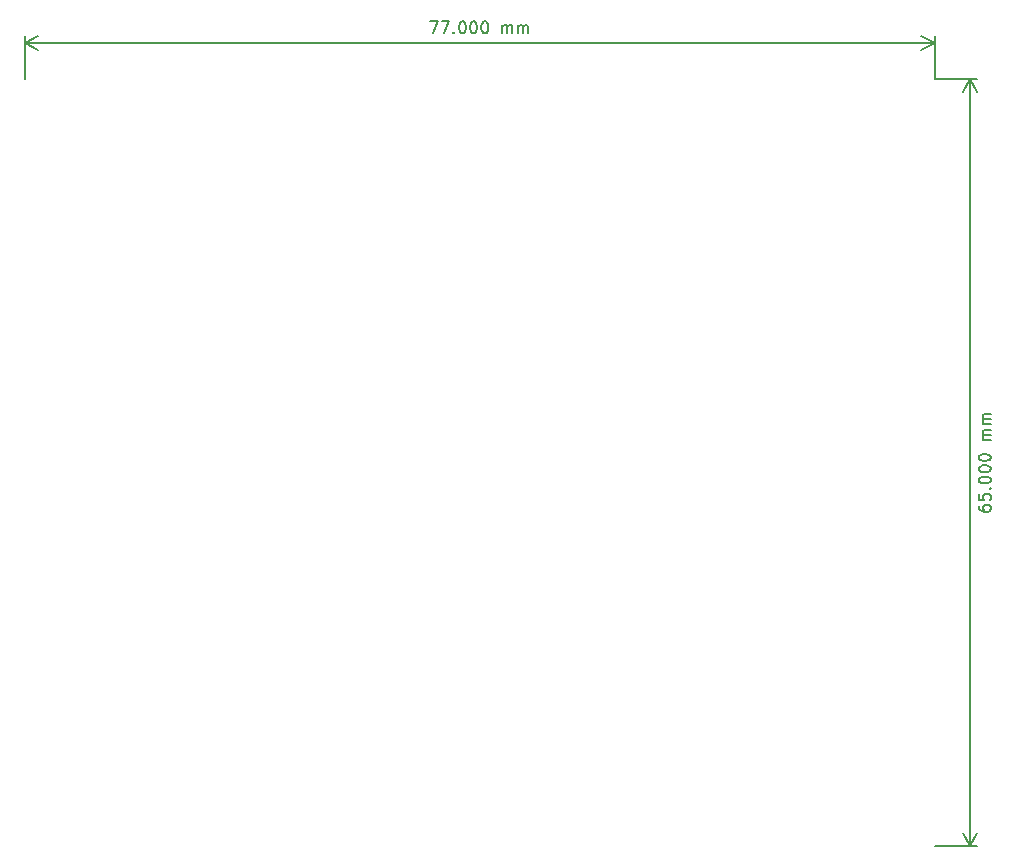
<source format=gbr>
G04 #@! TF.GenerationSoftware,KiCad,Pcbnew,(5.1.5)-3*
G04 #@! TF.CreationDate,2020-04-05T12:45:20+05:30*
G04 #@! TF.ProjectId,Con+fb(v+i),436f6e2b-6662-4287-962b-69292e6b6963,rev?*
G04 #@! TF.SameCoordinates,Original*
G04 #@! TF.FileFunction,OtherDrawing,Comment*
%FSLAX46Y46*%
G04 Gerber Fmt 4.6, Leading zero omitted, Abs format (unit mm)*
G04 Created by KiCad (PCBNEW (5.1.5)-3) date 2020-04-05 12:45:20*
%MOMM*%
%LPD*%
G04 APERTURE LIST*
%ADD10C,0.150000*%
G04 APERTURE END LIST*
D10*
X146752380Y-118166666D02*
X146752380Y-118357142D01*
X146800000Y-118452380D01*
X146847619Y-118500000D01*
X146990476Y-118595238D01*
X147180952Y-118642857D01*
X147561904Y-118642857D01*
X147657142Y-118595238D01*
X147704761Y-118547619D01*
X147752380Y-118452380D01*
X147752380Y-118261904D01*
X147704761Y-118166666D01*
X147657142Y-118119047D01*
X147561904Y-118071428D01*
X147323809Y-118071428D01*
X147228571Y-118119047D01*
X147180952Y-118166666D01*
X147133333Y-118261904D01*
X147133333Y-118452380D01*
X147180952Y-118547619D01*
X147228571Y-118595238D01*
X147323809Y-118642857D01*
X146752380Y-117166666D02*
X146752380Y-117642857D01*
X147228571Y-117690476D01*
X147180952Y-117642857D01*
X147133333Y-117547619D01*
X147133333Y-117309523D01*
X147180952Y-117214285D01*
X147228571Y-117166666D01*
X147323809Y-117119047D01*
X147561904Y-117119047D01*
X147657142Y-117166666D01*
X147704761Y-117214285D01*
X147752380Y-117309523D01*
X147752380Y-117547619D01*
X147704761Y-117642857D01*
X147657142Y-117690476D01*
X147657142Y-116690476D02*
X147704761Y-116642857D01*
X147752380Y-116690476D01*
X147704761Y-116738095D01*
X147657142Y-116690476D01*
X147752380Y-116690476D01*
X146752380Y-116023809D02*
X146752380Y-115928571D01*
X146800000Y-115833333D01*
X146847619Y-115785714D01*
X146942857Y-115738095D01*
X147133333Y-115690476D01*
X147371428Y-115690476D01*
X147561904Y-115738095D01*
X147657142Y-115785714D01*
X147704761Y-115833333D01*
X147752380Y-115928571D01*
X147752380Y-116023809D01*
X147704761Y-116119047D01*
X147657142Y-116166666D01*
X147561904Y-116214285D01*
X147371428Y-116261904D01*
X147133333Y-116261904D01*
X146942857Y-116214285D01*
X146847619Y-116166666D01*
X146800000Y-116119047D01*
X146752380Y-116023809D01*
X146752380Y-115071428D02*
X146752380Y-114976190D01*
X146800000Y-114880952D01*
X146847619Y-114833333D01*
X146942857Y-114785714D01*
X147133333Y-114738095D01*
X147371428Y-114738095D01*
X147561904Y-114785714D01*
X147657142Y-114833333D01*
X147704761Y-114880952D01*
X147752380Y-114976190D01*
X147752380Y-115071428D01*
X147704761Y-115166666D01*
X147657142Y-115214285D01*
X147561904Y-115261904D01*
X147371428Y-115309523D01*
X147133333Y-115309523D01*
X146942857Y-115261904D01*
X146847619Y-115214285D01*
X146800000Y-115166666D01*
X146752380Y-115071428D01*
X146752380Y-114119047D02*
X146752380Y-114023809D01*
X146800000Y-113928571D01*
X146847619Y-113880952D01*
X146942857Y-113833333D01*
X147133333Y-113785714D01*
X147371428Y-113785714D01*
X147561904Y-113833333D01*
X147657142Y-113880952D01*
X147704761Y-113928571D01*
X147752380Y-114023809D01*
X147752380Y-114119047D01*
X147704761Y-114214285D01*
X147657142Y-114261904D01*
X147561904Y-114309523D01*
X147371428Y-114357142D01*
X147133333Y-114357142D01*
X146942857Y-114309523D01*
X146847619Y-114261904D01*
X146800000Y-114214285D01*
X146752380Y-114119047D01*
X147752380Y-112595238D02*
X147085714Y-112595238D01*
X147180952Y-112595238D02*
X147133333Y-112547619D01*
X147085714Y-112452380D01*
X147085714Y-112309523D01*
X147133333Y-112214285D01*
X147228571Y-112166666D01*
X147752380Y-112166666D01*
X147228571Y-112166666D02*
X147133333Y-112119047D01*
X147085714Y-112023809D01*
X147085714Y-111880952D01*
X147133333Y-111785714D01*
X147228571Y-111738095D01*
X147752380Y-111738095D01*
X147752380Y-111261904D02*
X147085714Y-111261904D01*
X147180952Y-111261904D02*
X147133333Y-111214285D01*
X147085714Y-111119047D01*
X147085714Y-110976190D01*
X147133333Y-110880952D01*
X147228571Y-110833333D01*
X147752380Y-110833333D01*
X147228571Y-110833333D02*
X147133333Y-110785714D01*
X147085714Y-110690476D01*
X147085714Y-110547619D01*
X147133333Y-110452380D01*
X147228571Y-110404761D01*
X147752380Y-110404761D01*
X146000000Y-147000000D02*
X146000000Y-82000000D01*
X143000000Y-147000000D02*
X146586421Y-147000000D01*
X143000000Y-82000000D02*
X146586421Y-82000000D01*
X146000000Y-82000000D02*
X146586421Y-83126504D01*
X146000000Y-82000000D02*
X145413579Y-83126504D01*
X146000000Y-147000000D02*
X146586421Y-145873496D01*
X146000000Y-147000000D02*
X145413579Y-145873496D01*
X100309523Y-77152380D02*
X100976190Y-77152380D01*
X100547619Y-78152380D01*
X101261904Y-77152380D02*
X101928571Y-77152380D01*
X101500000Y-78152380D01*
X102309523Y-78057142D02*
X102357142Y-78104761D01*
X102309523Y-78152380D01*
X102261904Y-78104761D01*
X102309523Y-78057142D01*
X102309523Y-78152380D01*
X102976190Y-77152380D02*
X103071428Y-77152380D01*
X103166666Y-77200000D01*
X103214285Y-77247619D01*
X103261904Y-77342857D01*
X103309523Y-77533333D01*
X103309523Y-77771428D01*
X103261904Y-77961904D01*
X103214285Y-78057142D01*
X103166666Y-78104761D01*
X103071428Y-78152380D01*
X102976190Y-78152380D01*
X102880952Y-78104761D01*
X102833333Y-78057142D01*
X102785714Y-77961904D01*
X102738095Y-77771428D01*
X102738095Y-77533333D01*
X102785714Y-77342857D01*
X102833333Y-77247619D01*
X102880952Y-77200000D01*
X102976190Y-77152380D01*
X103928571Y-77152380D02*
X104023809Y-77152380D01*
X104119047Y-77200000D01*
X104166666Y-77247619D01*
X104214285Y-77342857D01*
X104261904Y-77533333D01*
X104261904Y-77771428D01*
X104214285Y-77961904D01*
X104166666Y-78057142D01*
X104119047Y-78104761D01*
X104023809Y-78152380D01*
X103928571Y-78152380D01*
X103833333Y-78104761D01*
X103785714Y-78057142D01*
X103738095Y-77961904D01*
X103690476Y-77771428D01*
X103690476Y-77533333D01*
X103738095Y-77342857D01*
X103785714Y-77247619D01*
X103833333Y-77200000D01*
X103928571Y-77152380D01*
X104880952Y-77152380D02*
X104976190Y-77152380D01*
X105071428Y-77200000D01*
X105119047Y-77247619D01*
X105166666Y-77342857D01*
X105214285Y-77533333D01*
X105214285Y-77771428D01*
X105166666Y-77961904D01*
X105119047Y-78057142D01*
X105071428Y-78104761D01*
X104976190Y-78152380D01*
X104880952Y-78152380D01*
X104785714Y-78104761D01*
X104738095Y-78057142D01*
X104690476Y-77961904D01*
X104642857Y-77771428D01*
X104642857Y-77533333D01*
X104690476Y-77342857D01*
X104738095Y-77247619D01*
X104785714Y-77200000D01*
X104880952Y-77152380D01*
X106404761Y-78152380D02*
X106404761Y-77485714D01*
X106404761Y-77580952D02*
X106452380Y-77533333D01*
X106547619Y-77485714D01*
X106690476Y-77485714D01*
X106785714Y-77533333D01*
X106833333Y-77628571D01*
X106833333Y-78152380D01*
X106833333Y-77628571D02*
X106880952Y-77533333D01*
X106976190Y-77485714D01*
X107119047Y-77485714D01*
X107214285Y-77533333D01*
X107261904Y-77628571D01*
X107261904Y-78152380D01*
X107738095Y-78152380D02*
X107738095Y-77485714D01*
X107738095Y-77580952D02*
X107785714Y-77533333D01*
X107880952Y-77485714D01*
X108023809Y-77485714D01*
X108119047Y-77533333D01*
X108166666Y-77628571D01*
X108166666Y-78152380D01*
X108166666Y-77628571D02*
X108214285Y-77533333D01*
X108309523Y-77485714D01*
X108452380Y-77485714D01*
X108547619Y-77533333D01*
X108595238Y-77628571D01*
X108595238Y-78152380D01*
X66000000Y-79000000D02*
X143000000Y-79000000D01*
X66000000Y-82000000D02*
X66000000Y-78413579D01*
X143000000Y-82000000D02*
X143000000Y-78413579D01*
X143000000Y-79000000D02*
X141873496Y-79586421D01*
X143000000Y-79000000D02*
X141873496Y-78413579D01*
X66000000Y-79000000D02*
X67126504Y-79586421D01*
X66000000Y-79000000D02*
X67126504Y-78413579D01*
M02*

</source>
